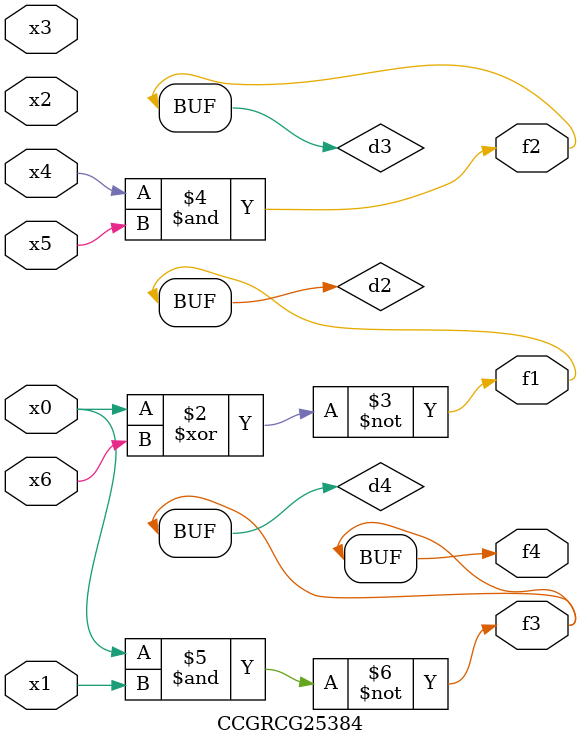
<source format=v>
module CCGRCG25384(
	input x0, x1, x2, x3, x4, x5, x6,
	output f1, f2, f3, f4
);

	wire d1, d2, d3, d4;

	nor (d1, x0);
	xnor (d2, x0, x6);
	and (d3, x4, x5);
	nand (d4, x0, x1);
	assign f1 = d2;
	assign f2 = d3;
	assign f3 = d4;
	assign f4 = d4;
endmodule

</source>
